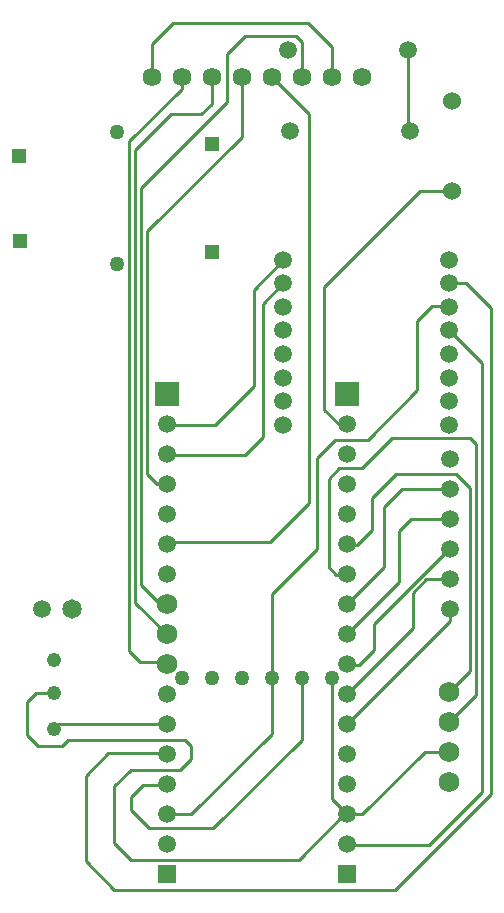
<source format=gtl>
G04 Layer: TopLayer*
G04 EasyEDA v6.5.46, 2024-09-10 22:46:53*
G04 6bf7ea893d134d4dbbe6a9747e45571a,df7e7e3c38a3447abd37b529b333d242,10*
G04 Gerber Generator version 0.2*
G04 Scale: 100 percent, Rotated: No, Reflected: No *
G04 Dimensions in millimeters *
G04 leading zeros omitted , absolute positions ,4 integer and 5 decimal *
%FSLAX45Y45*%
%MOMM*%

%ADD10C,0.2540*%
%ADD11C,1.5000*%
%ADD12C,1.5900*%
%ADD13C,1.2600*%
%ADD14R,1.2600X1.2600*%
%ADD15C,1.5240*%
%ADD16C,1.2116*%
%ADD17C,1.6510*%
%ADD18C,1.7500*%
%ADD19C,1.7500*%
%ADD20R,2.0000X2.0000*%
%ADD21R,1.5000X1.5000*%

%LPD*%
D10*
X2768600Y1181862D02*
G01*
X2768600Y1892300D01*
X3149600Y2273300D01*
X3149600Y3048000D01*
X3302000Y3200400D01*
X3581400Y3200400D01*
X4000500Y3619500D01*
X4000500Y4127754D01*
X4000500Y4203700D01*
X4127500Y4330700D01*
X4263897Y4330700D01*
X4268724Y4325873D01*
X4268698Y4525898D02*
G01*
X4414900Y4525898D01*
X4622800Y4318000D01*
X4622800Y203200D01*
X3810000Y-609600D01*
X1435100Y-609600D01*
X1193800Y-368300D01*
X1193800Y355600D01*
X1384300Y546100D01*
X1869490Y546100D01*
X1879600Y535990D01*
X2006600Y6271691D02*
G01*
X2006600Y6172200D01*
X1562100Y5727700D01*
X1562100Y1409700D01*
X1651000Y1320800D01*
X1856742Y1320800D01*
X1879600Y1297942D01*
X4268724Y4125976D02*
G01*
X4546600Y3848100D01*
X4546600Y215900D01*
X4102100Y-228600D01*
X3406140Y-228600D01*
X3403600Y-226060D01*
X3403600Y28000D02*
G01*
X3380800Y28000D01*
X2997200Y-355600D01*
X1574800Y-355600D01*
X1435100Y-215900D01*
X1435100Y266700D01*
X1574800Y406400D01*
X1993900Y406400D01*
X2082800Y495300D01*
X2082800Y609600D01*
X2032000Y660400D01*
X1041400Y660400D01*
X990600Y609600D01*
X787400Y609600D01*
X698500Y698500D01*
X698500Y977900D01*
X774700Y1054100D01*
X927100Y1054100D01*
X3022600Y1181988D02*
G01*
X3022600Y660400D01*
X2273300Y-88900D01*
X1727200Y-88900D01*
X1574800Y63500D01*
X1574800Y177800D01*
X1676400Y279400D01*
X1876999Y279400D01*
X1879600Y282000D01*
X3403600Y28000D02*
G01*
X3276600Y155000D01*
X3276600Y1181988D01*
X4267200Y812800D02*
G01*
X4495800Y1041400D01*
X4495800Y3162300D01*
X4445000Y3213100D01*
X3784600Y3213100D01*
X3530600Y2959100D01*
X3340100Y2959100D01*
X3251200Y2870200D01*
X3251200Y2120900D01*
X3314700Y2057400D01*
X3400999Y2057400D01*
X3403600Y2060000D01*
X3403600Y3330000D02*
G01*
X3337499Y3330000D01*
X3213100Y3454400D01*
X3213100Y4495800D01*
X4025900Y5308600D01*
X4292600Y5308600D01*
X1879600Y28000D02*
G01*
X2085400Y28000D01*
X2768600Y711200D01*
X2768600Y1181988D01*
X3403600Y28000D02*
G01*
X3533200Y28000D01*
X4064000Y558800D01*
X4267200Y558800D01*
X4267200Y1066800D02*
G01*
X4445000Y1244600D01*
X4445000Y2794000D01*
X4330700Y2908300D01*
X3822700Y2908300D01*
X3619500Y2705100D01*
X3619500Y2438400D01*
X3492500Y2311400D01*
X3406200Y2311400D01*
X3403600Y2314000D01*
X3403600Y1806000D02*
G01*
X3721100Y2123500D01*
X3721100Y2628900D01*
X3873500Y2781300D01*
X4279900Y2781300D01*
X3403600Y1552000D02*
G01*
X3848100Y1996500D01*
X3848100Y2425700D01*
X3949700Y2527300D01*
X4279900Y2527300D01*
X4279900Y2273300D02*
G01*
X4267200Y2273300D01*
X3632200Y1638300D01*
X3632200Y1422400D01*
X3505200Y1295400D01*
X3406200Y1295400D01*
X3403600Y1298000D01*
X3403600Y1044000D02*
G01*
X3962400Y1602800D01*
X3962400Y1905000D01*
X4076700Y2019300D01*
X4279900Y2019300D01*
X4279900Y1765300D02*
G01*
X4279900Y1666300D01*
X3403600Y790000D01*
X3937000Y5816600D02*
G01*
X3924300Y5829300D01*
X3924300Y6502400D01*
X1854200Y1841500D02*
G01*
X1892300Y1841500D01*
X1879600Y1551942D02*
G01*
X1612900Y1818642D01*
X1612900Y5651500D01*
X1917700Y5956300D01*
X2171700Y5956300D01*
X2260600Y6045200D01*
X2260600Y6271691D01*
X3276600Y6271768D02*
G01*
X3276600Y6527800D01*
X3073400Y6731000D01*
X1930400Y6731000D01*
X1752600Y6553200D01*
X1752600Y6271768D01*
X2868701Y4525898D02*
G01*
X2692400Y4349597D01*
X2692400Y3225800D01*
X2540000Y3073400D01*
X1882190Y3073400D01*
X1879600Y3075990D01*
X2868701Y4725898D02*
G01*
X2868701Y4722901D01*
X2616200Y4470400D01*
X2616200Y3657600D01*
X2286000Y3327400D01*
X1882190Y3327400D01*
X1879600Y3329990D01*
X1879600Y1805939D02*
G01*
X1826260Y1805939D01*
X1663700Y1968500D01*
X1663700Y5334000D01*
X2387600Y6057900D01*
X2387600Y6464300D01*
X2540000Y6616700D01*
X2971800Y6616700D01*
X3022600Y6565900D01*
X3022600Y6271768D01*
X1879600Y2313939D02*
G01*
X1902460Y2336800D01*
X2755900Y2336800D01*
X3086100Y2667000D01*
X3086100Y5956300D01*
X2768600Y6271768D01*
X927100Y749300D02*
G01*
X967790Y789990D01*
X1879600Y789990D01*
X2514600Y6271768D02*
G01*
X2514600Y5765800D01*
X1714500Y4965700D01*
X1714500Y2908300D01*
X1800860Y2821939D01*
X1879600Y2821939D01*
D11*
G01*
X2868701Y3325901D03*
G01*
X2868701Y3525901D03*
G01*
X2868701Y3725900D03*
G01*
X2868701Y3925900D03*
G01*
X2868701Y4125899D03*
G01*
X2868701Y4325899D03*
G01*
X2868701Y4525898D03*
G01*
X2868701Y4725898D03*
G01*
X4268698Y4725898D03*
G01*
X4268698Y4525898D03*
G01*
X4268698Y4325899D03*
G01*
X4268698Y4125899D03*
G01*
X4268698Y3925900D03*
G01*
X4268698Y3725900D03*
G01*
X4268698Y3525901D03*
G01*
X4268698Y3325901D03*
D12*
G01*
X1752600Y6271691D03*
G01*
X2006600Y6271691D03*
G01*
X2260600Y6271691D03*
G01*
X2514600Y6271691D03*
G01*
X2768600Y6271691D03*
G01*
X3022600Y6271691D03*
G01*
X3276600Y6271691D03*
G01*
X3530600Y6271691D03*
D11*
G01*
X4279900Y1765300D03*
G01*
X4279900Y2019300D03*
G01*
X4279900Y2273300D03*
G01*
X4279900Y2527300D03*
G01*
X4279900Y2781300D03*
G01*
X4279900Y3035300D03*
D13*
G01*
X1460601Y4686300D03*
G01*
X1460601Y5803900D03*
D14*
G01*
X2260600Y4786299D03*
G01*
X2260600Y5703900D03*
G01*
X639394Y4886299D03*
G01*
X633399Y5603900D03*
D15*
G01*
X4292600Y5308600D03*
G01*
X4292600Y6070600D03*
D16*
G01*
X927100Y1333500D03*
G01*
X927100Y1054100D03*
G01*
X927100Y749300D03*
D11*
G01*
X825500Y1765300D03*
D17*
G01*
X1079500Y1765300D03*
D18*
G01*
X4267200Y1066800D03*
G01*
X4267200Y812800D03*
G01*
X4267200Y558800D03*
G01*
X4267200Y304800D03*
D13*
G01*
X2006600Y1181988D03*
G01*
X2260600Y1181988D03*
G01*
X2514600Y1181988D03*
G01*
X2768600Y1181988D03*
G01*
X3022600Y1181988D03*
G01*
X3276600Y1181988D03*
D11*
G01*
X2908300Y6502400D03*
G01*
X3924300Y6502400D03*
G01*
X3937000Y5816600D03*
G01*
X2921000Y5816600D03*
G01*
X1879600Y3329990D03*
G01*
X1879600Y3075990D03*
G01*
X1879600Y2821990D03*
G01*
X1879600Y2567990D03*
G01*
X1879600Y2313990D03*
G01*
X1879600Y2059990D03*
D19*
G01*
X1879600Y1805990D03*
G01*
X1879600Y1551990D03*
G01*
X1879600Y1297990D03*
D11*
G01*
X1879600Y1043990D03*
G01*
X1879600Y789990D03*
G01*
X1879600Y535990D03*
G01*
X1879600Y281990D03*
G01*
X1879600Y27990D03*
G01*
X1879600Y-226009D03*
G01*
X3403600Y-226009D03*
G01*
X3403600Y27990D03*
G01*
X3403600Y281990D03*
G01*
X3403600Y535990D03*
G01*
X3403600Y789990D03*
G01*
X3403600Y1043990D03*
G01*
X3403600Y1297990D03*
G01*
X3403600Y1551990D03*
G01*
X3403600Y1805990D03*
G01*
X3403600Y2059990D03*
G01*
X3403600Y2313990D03*
G01*
X3403600Y2567990D03*
G01*
X3403600Y2821990D03*
G01*
X3403600Y3075990D03*
G01*
X3403600Y3329990D03*
D20*
G01*
X3403600Y3583990D03*
G01*
X1879600Y3583990D03*
D21*
G01*
X1879600Y-480009D03*
G01*
X3403600Y-480009D03*
M02*

</source>
